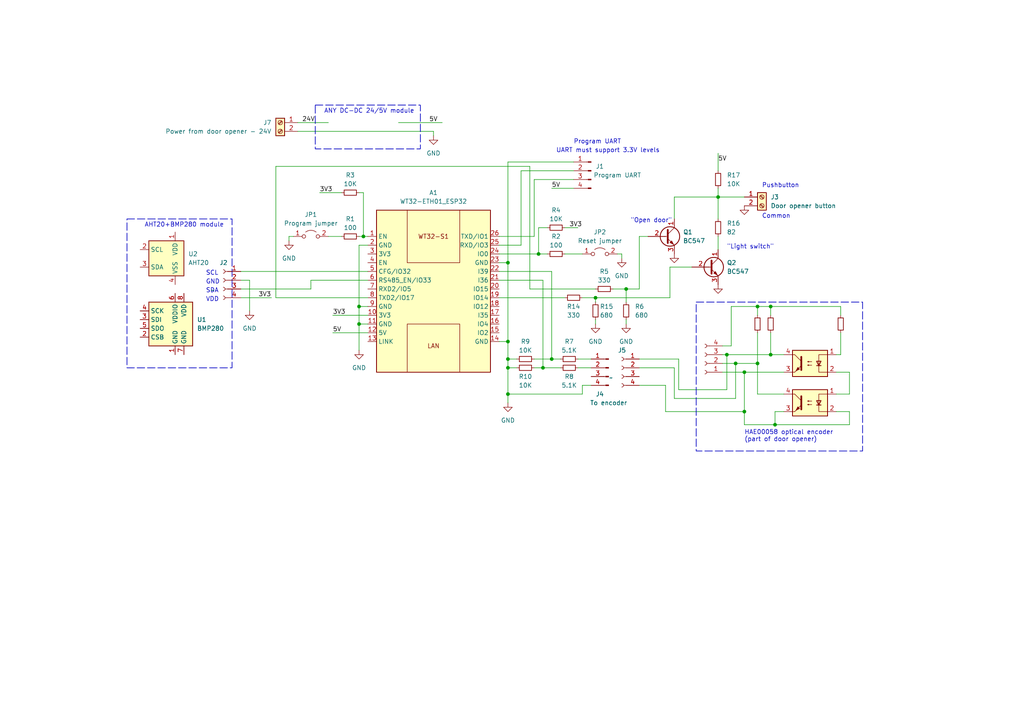
<source format=kicad_sch>
(kicad_sch (version 20230121) (generator eeschema)
  (paper "A4")
  (lib_symbols
    (symbol "Connector:Conn_01x04_Pin" (pin_names (offset 1.016) hide)
      (property "Reference" "J" (at 0 5.08 0))
      (property "Value" "Conn_01x04_Pin" (at 0 -7.62 0))
      (symbol "Conn_01x04_Pin_1_1"
        (polyline (pts (xy 1.27 -5.08) (xy 0.8636 -5.08)) (stroke (width 0.1524)))
        (polyline (pts (xy 1.27 -2.54) (xy 0.8636 -2.54)) (stroke (width 0.1524)))
        (polyline (pts (xy 1.27 0) (xy 0.8636 0)) (stroke (width 0.1524)))
        (polyline (pts (xy 1.27 2.54) (xy 0.8636 2.54)) (stroke (width 0.1524)))
        (rectangle (start 0.8636 -4.953) (end 0 -5.207) (stroke (width 0.1524)) (fill (type outline)))
        (rectangle (start 0.8636 -2.413) (end 0 -2.667) (stroke (width 0.1524)) (fill (type outline)))
        (rectangle (start 0.8636 0.127) (end 0 -0.127) (stroke (width 0.1524)) (fill (type outline)))
        (rectangle (start 0.8636 2.667) (end 0 2.413) (stroke (width 0.1524)) (fill (type outline)))
        (pin passive line (at 5.08 2.54 180) (length 3.81) (name "Pin_1") (number "1"))
        (pin passive line (at 5.08 0 180) (length 3.81) (name "Pin_2") (number "2"))
        (pin passive line (at 5.08 -2.54 180) (length 3.81) (name "Pin_3") (number "3"))
        (pin passive line (at 5.08 -5.08 180) (length 3.81) (name "Pin_4") (number "4"))
      )
    )
    (symbol "Connector:Conn_01x04_Socket" (pin_names (offset 1.016) hide)
      (property "Reference" "J" (at 0 5.08 0))
      (property "Value" "Conn_01x04_Socket" (at 0 -7.62 0))
      (symbol "Conn_01x04_Socket_1_1"
        (arc (start 0 -4.572) (mid -0.5058 -5.08) (end 0 -5.588) (stroke (width 0.1524)))
        (arc (start 0 -2.032) (mid -0.5058 -2.54) (end 0 -3.048) (stroke (width 0.1524)))
        (polyline (pts (xy -1.27 -5.08) (xy -0.508 -5.08)) (stroke (width 0.1524)))
        (polyline (pts (xy -1.27 -2.54) (xy -0.508 -2.54)) (stroke (width 0.1524)))
        (polyline (pts (xy -1.27 0) (xy -0.508 0)) (stroke (width 0.1524)))
        (polyline (pts (xy -1.27 2.54) (xy -0.508 2.54)) (stroke (width 0.1524)))
        (arc (start 0 0.508) (mid -0.5058 0) (end 0 -0.508) (stroke (width 0.1524)))
        (arc (start 0 3.048) (mid -0.5058 2.54) (end 0 2.032) (stroke (width 0.1524)))
        (pin passive line (at -5.08 2.54 0) (length 3.81) (name "Pin_1") (number "1"))
        (pin passive line (at -5.08 0 0) (length 3.81) (name "Pin_2") (number "2"))
        (pin passive line (at -5.08 -2.54 0) (length 3.81) (name "Pin_3") (number "3"))
        (pin passive line (at -5.08 -5.08 0) (length 3.81) (name "Pin_4") (number "4"))
      )
    )
    (symbol "Connector:Screw_Terminal_01x02" (pin_names (offset 1.016) hide)
      (property "Reference" "J" (at 0 2.54 0))
      (property "Value" "Screw_Terminal_01x02" (at 0 -5.08 0))
      (symbol "Screw_Terminal_01x02_1_1"
        (rectangle (start -1.27 1.27) (end 1.27 -3.81) (stroke (width 0.254)) (fill (type background)))
        (circle (center 0 -2.54) (radius 0.635) (stroke (width 0.1524)))
        (polyline (pts (xy -0.5334 -2.2098) (xy 0.3302 -3.048)) (stroke (width 0.1524)))
        (polyline (pts (xy -0.5334 0.3302) (xy 0.3302 -0.508)) (stroke (width 0.1524)))
        (polyline (pts (xy -0.3556 -2.032) (xy 0.508 -2.8702)) (stroke (width 0.1524)))
        (polyline (pts (xy -0.3556 0.508) (xy 0.508 -0.3302)) (stroke (width 0.1524)))
        (circle (center 0 0) (radius 0.635) (stroke (width 0.1524)))
        (pin passive line (at -5.08 0 0) (length 3.81) (name "Pin_1") (number "1"))
        (pin passive line (at -5.08 -2.54 0) (length 3.81) (name "Pin_2") (number "2"))
      )
    )
    (symbol "Device:R_Small" (pin_numbers hide) (pin_names (offset 0.254) hide)
      (property "Reference" "R" (at 0.762 0.508 0))
      (property "Value" "R_Small" (at 0.762 -1.016 0))
      (symbol "R_Small_0_1"
        (rectangle (start -0.762 1.778) (end 0.762 -1.778) (stroke (width 0.2032)))
      )
      (symbol "R_Small_1_1"
        (pin passive line (at 0 2.54 270) (length 0.762) (name "~") (number "1"))
        (pin passive line (at 0 -2.54 90) (length 0.762) (name "~") (number "2"))
      )
    )
    (symbol "Isolator:PC817" (pin_names (offset 1.016))
      (property "Reference" "U" (at -5.08 5.08 0))
      (property "Value" "PC817" (at 0 5.08 0))
      (symbol "PC817_0_1"
        (rectangle (start -5.08 3.81) (end 5.08 -3.81) (stroke (width 0.254)) (fill (type background)))
        (polyline (pts (xy -3.175 -0.635) (xy -1.905 -0.635)) (stroke (width 0.254)))
        (polyline (pts (xy 2.54 0.635) (xy 4.445 2.54)))
        (polyline (pts (xy 4.445 -2.54) (xy 2.54 -0.635)) (fill (type outline)))
        (polyline (pts (xy 4.445 -2.54) (xy 5.08 -2.54)))
        (polyline (pts (xy 4.445 2.54) (xy 5.08 2.54)))
        (polyline (pts (xy -5.08 2.54) (xy -2.54 2.54) (xy -2.54 -0.635)))
        (polyline (pts (xy -2.54 -0.635) (xy -2.54 -2.54) (xy -5.08 -2.54)))
        (polyline (pts (xy 2.54 1.905) (xy 2.54 -1.905) (xy 2.54 -1.905)) (stroke (width 0.508)))
        (polyline (pts (xy -2.54 -0.635) (xy -3.175 0.635) (xy -1.905 0.635) (xy -2.54 -0.635)) (stroke (width 0.254)))
        (polyline (pts (xy -0.508 -0.508) (xy 0.762 -0.508) (xy 0.381 -0.635) (xy 0.381 -0.381) (xy 0.762 -0.508)))
        (polyline (pts (xy -0.508 0.508) (xy 0.762 0.508) (xy 0.381 0.381) (xy 0.381 0.635) (xy 0.762 0.508)))
        (polyline (pts (xy 3.048 -1.651) (xy 3.556 -1.143) (xy 4.064 -2.159) (xy 3.048 -1.651) (xy 3.048 -1.651)) (fill (type outline)))
      )
      (symbol "PC817_1_1"
        (pin passive line (at -7.62 2.54 0) (length 2.54) (name "~") (number "1"))
        (pin passive line (at -7.62 -2.54 0) (length 2.54) (name "~") (number "2"))
        (pin passive line (at 7.62 -2.54 180) (length 2.54) (name "~") (number "3"))
        (pin passive line (at 7.62 2.54 180) (length 2.54) (name "~") (number "4"))
      )
    )
    (symbol "Jumper:Jumper_2_Open" (pin_names (offset 0) hide)
      (property "Reference" "JP" (at 0 2.794 0))
      (property "Value" "Jumper_2_Open" (at 0 -2.286 0))
      (symbol "Jumper_2_Open_0_0"
        (circle (center -2.032 0) (radius 0.508))
        (circle (center 2.032 0) (radius 0.508))
      )
      (symbol "Jumper_2_Open_0_1"
        (arc (start 1.524 1.27) (mid 0 1.778) (end -1.524 1.27))
      )
      (symbol "Jumper_2_Open_1_1"
        (pin passive line (at -5.08 0 0) (length 2.54) (name "A") (number "1"))
        (pin passive line (at 5.08 0 180) (length 2.54) (name "B") (number "2"))
      )
    )
    (symbol "Sensor_Humidity:SHTC3"
      (property "Reference" "U" (at -3.81 6.35 0))
      (property "Value" "SHTC3" (at -2.54 -6.35 0))
      (symbol "SHTC3_1_1"
        (rectangle (start -5.08 5.08) (end 5.08 -5.08) (stroke (width 0.254)) (fill (type background)))
        (pin power_in line (at 2.54 7.62 270) (length 2.54) (name "VDD") (number "1"))
        (pin input line (at -7.62 2.54 0) (length 2.54) (name "SCL") (number "2"))
        (pin bidirectional line (at -7.62 -2.54 0) (length 2.54) (name "SDA") (number "3"))
        (pin power_in line (at 2.54 -7.62 90) (length 2.54) (name "VSS") (number "4"))
        (pin no_connect line (at 5.08 0 180) (length 2.54) hide (name "NC") (number "5"))
      )
    )
    (symbol "Sensor_Pressure:BMP280"
      (property "Reference" "U" (at -7.62 10.16 0))
      (property "Value" "BMP280" (at 5.08 10.16 0))
      (symbol "BMP280_0_1"
        (rectangle (start -7.62 -5.08) (end 5.08 7.62) (stroke (width 0.254)) (fill (type background)))
      )
      (symbol "BMP280_1_1"
        (pin power_in line (at 0 -7.62 90) (length 2.54) (name "GND") (number "1"))
        (pin input line (at -10.16 -2.54 0) (length 2.54) (name "CSB") (number "2"))
        (pin bidirectional line (at -10.16 2.54 0) (length 2.54) (name "SDI") (number "3"))
        (pin input line (at -10.16 5.08 0) (length 2.54) (name "SCK") (number "4"))
        (pin bidirectional line (at -10.16 0 0) (length 2.54) (name "SDO") (number "5"))
        (pin power_in line (at 0 10.16 270) (length 2.54) (name "VDDIO") (number "6"))
        (pin power_in line (at 2.54 -7.62 90) (length 2.54) (name "GND") (number "7"))
        (pin power_in line (at 2.54 10.16 270) (length 2.54) (name "VDD") (number "8"))
      )
    )
    (symbol "Transistor_BJT:BC547" (pin_names (offset 0) hide)
      (property "Reference" "Q" (at 5.08 1.905 0))
      (property "Value" "BC547" (at 5.08 0 0))
      (symbol "BC547_0_1"
        (polyline (pts (xy 0 0) (xy 0.635 0)))
        (polyline (pts (xy 0.635 0.635) (xy 2.54 2.54)))
        (polyline (pts (xy 0.635 -0.635) (xy 2.54 -2.54) (xy 2.54 -2.54)))
        (polyline (pts (xy 0.635 1.905) (xy 0.635 -1.905) (xy 0.635 -1.905)) (stroke (width 0.508)))
        (polyline (pts (xy 1.27 -1.778) (xy 1.778 -1.27) (xy 2.286 -2.286) (xy 1.27 -1.778) (xy 1.27 -1.778)) (fill (type outline)))
        (circle (center 1.27 0) (radius 2.8194) (stroke (width 0.254)))
      )
      (symbol "BC547_1_1"
        (pin passive line (at 2.54 5.08 270) (length 2.54) (name "C") (number "1"))
        (pin input line (at -5.08 0 0) (length 5.08) (name "B") (number "2"))
        (pin passive line (at 2.54 -5.08 90) (length 2.54) (name "E") (number "3"))
      )
    )
    (symbol "User_library:LILYGO_ETH_Lite_ESP32"
      (property "Reference" "A" (at -10.16 29.21 0))
      (property "Value" "LILYGO_ETH_Lite_ESP32" (at -2.54 -22.86 0))
      (symbol "LILYGO_ETH_Lite_ESP32_0_1"
        (rectangle (start -10.16 27.94) (end 22.86 -19.05) (stroke (width 0.254)) (fill (type background)))
        (polyline (pts (xy -2.54 27.94) (xy -2.54 12.7) (xy 15.24 12.7) (xy 15.24 27.94)))
        (polyline (pts (xy -1.27 -19.05) (xy -1.27 -5.08) (xy 13.97 -5.08) (xy 13.97 -19.05)))
      )
      (symbol "LILYGO_ETH_Lite_ESP32_1_1"
        (text "ESP32-WROVER-E" (at 6.35 20.32 0) (effects (font (size 1.27 1.27))))
        (text "LAN" (at 6.35 -11.43 0) (effects (font (size 1.27 1.27))))
        (pin power_in line (at -12.7 21.59 0) (length 2.54) (name "3V3") (number "1"))
        (pin bidirectional line (at -12.7 -1.27 0) (length 2.54) (name "IO13") (number "10"))
        (pin bidirectional line (at -12.7 -3.81 0) (length 2.54) (name "IO4") (number "11"))
        (pin bidirectional line (at -12.7 -6.35 0) (length 2.54) (name "IO2") (number "12"))
        (pin bidirectional line (at -12.7 -8.89 0) (length 2.54) (name "IO15") (number "13"))
        (pin power_in line (at -12.7 -11.43 0) (length 2.54) (name "GND") (number "14"))
        (pin power_in line (at -12.7 -13.97 0) (length 2.54) (name "3V3") (number "15"))
        (pin power_in line (at 25.4 -13.97 180) (length 2.54) (name "GND") (number "16"))
        (pin power_in line (at 25.4 -11.43 180) (length 2.54) (name "5V_OP") (number "17"))
        (pin power_in line (at 25.4 -8.89 180) (length 2.54) (name "GND") (number "18"))
        (pin power_in line (at 25.4 -6.35 180) (length 2.54) (name "5V_OP") (number "19"))
        (pin input line (at -12.7 19.05 0) (length 2.54) (name "IO39") (number "2"))
        (pin power_in line (at 25.4 -3.81 180) (length 2.54) (name "5V_IN") (number "20"))
        (pin power_in line (at 25.4 -1.27 180) (length 2.54) (name "GND") (number "21"))
        (pin input line (at 25.4 1.27 180) (length 2.54) (name "I38") (number "22"))
        (pin input line (at 25.4 3.81 180) (length 2.54) (name "I35") (number "23"))
        (pin bidirectional line (at 25.4 6.35 180) (length 2.54) (name "IO5") (number "24"))
        (pin bidirectional line (at 25.4 8.89 180) (length 2.54) (name "IO0") (number "25"))
        (pin input line (at 25.4 11.43 180) (length 2.54) (name "EN") (number "26"))
        (pin bidirectional line (at 25.4 13.97 180) (length 2.54) (name "RXD0") (number "27"))
        (pin bidirectional line (at 25.4 16.51 180) (length 2.54) (name "TXD0") (number "28"))
        (pin power_in line (at 25.4 19.05 180) (length 2.54) (name "GND") (number "29"))
        (pin input line (at -12.7 16.51 0) (length 2.54) (name "IO34") (number "3"))
        (pin power_in line (at 25.4 21.59 180) (length 2.54) (name "5V_IN") (number "30"))
        (pin bidirectional line (at -12.7 13.97 0) (length 2.54) (name "IO13") (number "4"))
        (pin bidirectional line (at -12.7 11.43 0) (length 2.54) (name "IO32") (number "5"))
        (pin bidirectional line (at -12.7 8.89 0) (length 2.54) (name "IO14") (number "6"))
        (pin input line (at -12.7 6.35 0) (length 2.54) (name "IO34") (number "7"))
        (pin bidirectional line (at -12.7 3.81 0) (length 2.54) (name "IO33") (number "8"))
        (pin bidirectional line (at -12.7 1.27 0) (length 2.54) (name "IO14") (number "9"))
      )
    )
    (symbol "User_library:WT32-ETH01_ESP32"
      (property "Reference" "A" (at -10.16 29.21 0))
      (property "Value" "WT32-ETH01_ESP32" (at -2.54 -22.86 0))
      (symbol "WT32-ETH01_ESP32_0_1"
        (rectangle (start -10.16 27.94) (end 22.86 -19.05) (stroke (width 0.254)) (fill (type background)))
        (polyline (pts (xy -1.27 -19.05) (xy -1.27 -5.08) (xy 13.97 -5.08) (xy 13.97 -19.05)))
        (polyline (pts (xy -1.27 27.94) (xy -1.27 12.7) (xy 13.97 12.7) (xy 13.97 27.94)))
      )
      (symbol "WT32-ETH01_ESP32_1_1"
        (text "LAN" (at 6.35 -11.43 0) (effects (font (size 1.27 1.27))))
        (text "WT32-S1" (at 6.35 20.32 0) (effects (font (size 1.27 1.27))))
        (pin input line (at -12.7 20.32 0) (length 2.54) (name "EN") (number "1"))
        (pin power_in line (at -12.7 -2.54 0) (length 2.54) (name "3V3") (number "10"))
        (pin power_in line (at -12.7 -5.08 0) (length 2.54) (name "GND") (number "11"))
        (pin power_in line (at -12.7 -7.62 0) (length 2.54) (name "5V") (number "12"))
        (pin output line (at -12.7 -10.16 0) (length 2.54) (name "LINK") (number "13"))
        (pin power_in line (at 25.4 -10.16 180) (length 2.54) (name "GND") (number "14"))
        (pin bidirectional line (at 25.4 -7.62 180) (length 2.54) (name "IO2") (number "15"))
        (pin bidirectional line (at 25.4 -5.08 180) (length 2.54) (name "IO4") (number "16"))
        (pin input line (at 25.4 -2.54 180) (length 2.54) (name "I35") (number "17"))
        (pin bidirectional line (at 25.4 0 180) (length 2.54) (name "IO12") (number "18"))
        (pin bidirectional line (at 25.4 2.54 180) (length 2.54) (name "IO14") (number "19"))
        (pin power_in line (at -12.7 17.78 0) (length 2.54) (name "GND") (number "2"))
        (pin bidirectional line (at 25.4 5.08 180) (length 2.54) (name "IO15") (number "20"))
        (pin input line (at 25.4 7.62 180) (length 2.54) (name "I36") (number "21"))
        (pin input line (at 25.4 10.16 180) (length 2.54) (name "I39") (number "22"))
        (pin power_in line (at 25.4 12.7 180) (length 2.54) (name "GND") (number "23"))
        (pin bidirectional line (at 25.4 15.24 180) (length 2.54) (name "IO0") (number "24"))
        (pin bidirectional line (at 25.4 17.78 180) (length 2.54) (name "RXD/IO3") (number "25"))
        (pin bidirectional line (at 25.4 20.32 180) (length 2.54) (name "TXD/IO1") (number "26"))
        (pin power_in line (at -12.7 15.24 0) (length 2.54) (name "3V3") (number "3"))
        (pin input line (at -12.7 12.7 0) (length 2.54) (name "EN") (number "4"))
        (pin bidirectional line (at -12.7 10.16 0) (length 2.54) (name "CFG/IO32") (number "5"))
        (pin bidirectional line (at -12.7 7.62 0) (length 2.54) (name "RS485_EN/IO33") (number "6"))
        (pin bidirectional line (at -12.7 5.08 0) (length 2.54) (name "RXD2/IO5") (number "7"))
        (pin bidirectional line (at -12.7 2.54 0) (length 2.54) (name "TXD2/IO17") (number "8"))
        (pin power_in line (at -12.7 0 0) (length 2.54) (name "GND") (number "9"))
      )
    )
    (symbol "power:GND" (power) (pin_names (offset 0))
      (property "Value" "GND" (at 0 -3.81 0))
      (symbol "GND_0_1"
        (polyline (pts (xy 0 0) (xy 0 -1.27) (xy 1.27 -1.27) (xy 0 -2.54) (xy -1.27 -1.27) (xy 0 -1.27)))
      )
      (symbol "GND_1_1"
        (pin power_in line (at 0 0 270) (length 0) hide (name "GND") (number "1"))
      )
    )
  )
  (junction (at 215.9 107.95))
  (junction (at 156.21 421.64))
  (junction (at 170.18 379.73))
  (junction (at 208.28 57.15))
  (junction (at 219.71 105.41))
  (junction (at 227.33 422.91))
  (junction (at 147.32 104.14))
  (junction (at 156.21 424.18))
  (junction (at 215.9 119.38))
  (junction (at 105.41 68.58))
  (junction (at 166.37 424.18))
  (junction (at 223.52 88.9))
  (junction (at 147.32 106.68))
  (junction (at 223.52 102.87))
  (junction (at 156.21 431.8))
  (junction (at 205.74 350.52))
  (junction (at 168.91 421.64))
  (junction (at 160.02 104.14))
  (junction (at 210.82 102.87))
  (junction (at 224.79 123.19))
  (junction (at 147.32 99.06))
  (junction (at 156.21 429.26))
  (junction (at 220.98 422.91))
  (junction (at 181.61 83.82))
  (junction (at 223.52 436.88))
  (junction (at 232.41 440.69))
  (junction (at 219.71 88.9))
  (junction (at 104.14 93.98))
  (junction (at 147.32 114.3))
  (junction (at 156.21 73.66))
  (junction (at 172.72 86.36))
  (junction (at 95.25 416.56))
  (junction (at 231.14 406.4))
  (junction (at 157.48 106.68))
  (junction (at 227.33 406.4))
  (junction (at 213.36 105.41))
  (junction (at 223.52 425.45))
  (junction (at 231.14 420.37))
  (junction (at 218.44 420.37))
  (junction (at 104.14 88.9))
  (junction (at 147.32 76.2))
  (junction (at 179.07 377.19))
  (wire (pts (xy 181.61 92.71) (xy 181.61 93.98)))
  (wire (pts (xy 218.44 420.37) (xy 218.44 430.53)))
  (wire (pts (xy 104.14 55.88) (xy 105.41 55.88)))
  (wire (pts (xy 168.91 86.36) (xy 172.72 86.36)))
  (wire (pts (xy 106.68 86.36) (xy 80.01 86.36)))
  (wire (pts (xy 218.44 420.37) (xy 231.14 420.37)))
  (wire (pts (xy 227.33 422.91) (xy 227.33 414.02)))
  (wire (pts (xy 196.85 104.14) (xy 196.85 113.03)))
  (wire (pts (xy 171.45 111.76) (xy 168.91 111.76)))
  (wire (pts (xy 115.57 35.56) (xy 128.27 35.56)))
  (wire (pts (xy 168.91 114.3) (xy 147.32 114.3)))
  (wire (pts (xy 92.71 406.4) (xy 97.79 406.4)))
  (wire (pts (xy 90.17 81.28) (xy 90.17 83.82)))
  (wire (pts (xy 193.04 356.87) (xy 193.04 350.52)))
  (wire (pts (xy 205.74 337.82) (xy 205.74 342.9)))
  (wire (pts (xy 194.31 77.47) (xy 200.66 77.47)))
  (wire (pts (xy 105.41 401.32) (xy 110.49 401.32)))
  (wire (pts (xy 191.77 370.84) (xy 198.12 370.84)))
  (wire (pts (xy 163.83 73.66) (xy 168.91 73.66)))
  (wire (pts (xy 156.21 424.18) (xy 158.75 424.18)))
  (wire (pts (xy 231.14 414.02) (xy 231.14 420.37)))
  (wire (pts (xy 185.42 83.82) (xy 181.61 83.82)))
  (wire (pts (xy 69.85 83.82) (xy 90.17 83.82)))
  (wire (pts (xy 96.52 96.52) (xy 106.68 96.52)))
  (wire (pts (xy 148.59 393.7) (xy 156.21 393.7)))
  (wire (pts (xy 209.55 107.95) (xy 215.9 107.95)))
  (wire (pts (xy 177.8 429.26) (xy 177.8 431.8)))
  (wire (pts (xy 223.52 96.52) (xy 223.52 102.87)))
  (wire (pts (xy 193.04 421.64) (xy 204.47 421.64)))
  (wire (pts (xy 232.41 440.69) (xy 254 440.69)))
  (wire (pts (xy 180.34 73.66) (xy 180.34 74.93)))
  (wire (pts (xy 69.85 81.28) (xy 72.39 81.28)))
  (wire (pts (xy 177.8 83.82) (xy 181.61 83.82)))
  (wire (pts (xy 219.71 88.9) (xy 223.52 88.9)))
  (wire (pts (xy 158.75 66.04) (xy 156.21 66.04)))
  (wire (pts (xy 168.91 421.64) (xy 171.45 421.64)))
  (wire (pts (xy 219.71 88.9) (xy 219.71 91.44)))
  (wire (pts (xy 156.21 421.64) (xy 158.75 421.64)))
  (wire (pts (xy 170.18 377.19) (xy 102.87 377.19)))
  (wire (pts (xy 125.73 38.1) (xy 125.73 39.37)))
  (wire (pts (xy 105.41 68.58) (xy 106.68 68.58)))
  (wire (pts (xy 148.59 429.26) (xy 156.21 429.26)))
  (wire (pts (xy 166.37 414.02) (xy 166.37 424.18)))
  (wire (pts (xy 104.14 88.9) (xy 106.68 88.9)))
  (wire (pts (xy 156.21 66.04) (xy 156.21 73.66)))
  (wire (pts (xy 215.9 123.19) (xy 224.79 123.19)))
  (wire (pts (xy 243.84 91.44) (xy 243.84 88.9)))
  (wire (pts (xy 86.36 35.56) (xy 95.25 35.56)))
  (wire (pts (xy 195.58 63.5) (xy 195.58 57.15)))
  (wire (pts (xy 83.82 69.85) (xy 83.82 68.58)))
  (wire (pts (xy 154.94 68.58) (xy 154.94 52.07)))
  (wire (pts (xy 167.64 106.68) (xy 171.45 106.68)))
  (wire (pts (xy 223.52 88.9) (xy 223.52 91.44)))
  (wire (pts (xy 181.61 83.82) (xy 181.61 87.63)))
  (wire (pts (xy 163.83 66.04) (xy 167.64 66.04)))
  (wire (pts (xy 217.17 422.91) (xy 220.98 422.91)))
  (wire (pts (xy 234.95 436.88) (xy 232.41 436.88)))
  (wire (pts (xy 193.04 119.38) (xy 215.9 119.38)))
  (wire (pts (xy 110.49 358.14) (xy 119.38 358.14)))
  (wire (pts (xy 215.9 107.95) (xy 215.9 119.38)))
  (wire (pts (xy 167.64 104.14) (xy 171.45 104.14)))
  (wire (pts (xy 223.52 436.88) (xy 223.52 440.69)))
  (wire (pts (xy 242.57 114.3) (xy 246.38 114.3)))
  (wire (pts (xy 163.83 424.18) (xy 166.37 424.18)))
  (wire (pts (xy 185.42 111.76) (xy 193.04 111.76)))
  (wire (pts (xy 200.66 429.26) (xy 200.66 436.88)))
  (wire (pts (xy 196.85 113.03) (xy 210.82 113.03)))
  (wire (pts (xy 144.78 71.12) (xy 151.13 71.12)))
  (wire (pts (xy 177.8 431.8) (xy 156.21 431.8)))
  (wire (pts (xy 104.14 93.98) (xy 106.68 93.98)))
  (wire (pts (xy 195.58 106.68) (xy 195.58 115.57)))
  (wire (pts (xy 105.41 416.56) (xy 95.25 416.56)))
  (wire (pts (xy 151.13 49.53) (xy 166.37 49.53)))
  (wire (pts (xy 110.49 426.72) (xy 105.41 426.72)))
  (wire (pts (xy 147.32 99.06) (xy 147.32 104.14)))
  (wire (pts (xy 185.42 361.95) (xy 182.88 361.95)))
  (wire (pts (xy 147.32 106.68) (xy 149.86 106.68)))
  (wire (pts (xy 205.74 350.52) (xy 213.36 350.52)))
  (wire (pts (xy 219.71 105.41) (xy 219.71 96.52)))
  (wire (pts (xy 243.84 102.87) (xy 243.84 96.52)))
  (wire (pts (xy 213.36 105.41) (xy 219.71 105.41)))
  (wire (pts (xy 110.49 360.68) (xy 149.86 360.68)))
  (wire (pts (xy 251.46 420.37) (xy 251.46 414.02)))
  (wire (pts (xy 154.94 106.68) (xy 157.48 106.68)))
  (wire (pts (xy 156.21 421.64) (xy 156.21 424.18)))
  (wire (pts (xy 224.79 119.38) (xy 224.79 123.19)))
  (wire (pts (xy 172.72 86.36) (xy 172.72 87.63)))
  (wire (pts (xy 223.52 102.87) (xy 227.33 102.87)))
  (wire (pts (xy 156.21 424.18) (xy 156.21 429.26)))
  (wire (pts (xy 191.77 379.73) (xy 191.77 370.84)))
  (wire (pts (xy 223.52 425.45) (xy 234.95 425.45)))
  (wire (pts (xy 172.72 92.71) (xy 172.72 93.98)))
  (wire (pts (xy 217.17 425.45) (xy 223.52 425.45)))
  (wire (pts (xy 156.21 416.56) (xy 156.21 421.64)))
  (wire (pts (xy 106.68 71.12) (xy 104.14 71.12)))
  (wire (pts (xy 153.67 48.26) (xy 153.67 83.82)))
  (wire (pts (xy 219.71 406.4) (xy 219.71 417.83)))
  (wire (pts (xy 69.85 78.74) (xy 106.68 78.74)))
  (wire (pts (xy 179.07 73.66) (xy 180.34 73.66)))
  (wire (pts (xy 161.29 379.73) (xy 105.41 379.73)))
  (wire (pts (xy 224.79 123.19) (xy 246.38 123.19)))
  (wire (pts (xy 92.71 414.02) (xy 101.6 414.02)))
  (wire (pts (xy 219.71 417.83) (xy 217.17 417.83)))
  (wire (pts (xy 203.2 433.07) (xy 220.98 433.07)))
  (wire (pts (xy 194.31 86.36) (xy 194.31 77.47)))
  (wire (pts (xy 180.34 429.26) (xy 177.8 429.26)))
  (wire (pts (xy 234.95 431.8) (xy 227.33 431.8)))
  (wire (pts (xy 195.58 115.57) (xy 213.36 115.57)))
  (wire (pts (xy 151.13 71.12) (xy 151.13 49.53)))
  (wire (pts (xy 96.52 91.44) (xy 106.68 91.44)))
  (wire (pts (xy 163.83 421.64) (xy 168.91 421.64)))
  (wire (pts (xy 170.18 379.73) (xy 170.18 381)))
  (wire (pts (xy 160.02 78.74) (xy 160.02 104.14)))
  (wire (pts (xy 172.72 86.36) (xy 194.31 86.36)))
  (wire (pts (xy 149.86 360.68) (xy 149.86 361.95)))
  (wire (pts (xy 69.85 86.36) (xy 78.74 86.36)))
  (wire (pts (xy 231.14 406.4) (xy 231.14 408.94)))
  (wire (pts (xy 170.18 386.08) (xy 170.18 387.35)))
  (wire (pts (xy 97.79 403.86) (xy 110.49 403.86)))
  (wire (pts (xy 227.33 406.4) (xy 231.14 406.4)))
  (wire (pts (xy 208.28 44.45) (xy 208.28 49.53)))
  (wire (pts (xy 231.14 420.37) (xy 234.95 420.37)))
  (wire (pts (xy 242.57 102.87) (xy 243.84 102.87)))
  (wire (pts (xy 95.25 68.58) (xy 99.06 68.58)))
  (wire (pts (xy 215.9 107.95) (xy 227.33 107.95)))
  (wire (pts (xy 148.59 414.02) (xy 166.37 414.02)))
  (wire (pts (xy 208.28 68.58) (xy 208.28 72.39)))
  (wire (pts (xy 246.38 123.19) (xy 246.38 119.38)))
  (wire (pts (xy 157.48 81.28) (xy 157.48 106.68)))
  (wire (pts (xy 246.38 107.95) (xy 246.38 114.3)))
  (wire (pts (xy 157.48 106.68) (xy 162.56 106.68)))
  (wire (pts (xy 195.58 57.15) (xy 208.28 57.15)))
  (wire (pts (xy 147.32 106.68) (xy 147.32 114.3)))
  (wire (pts (xy 92.71 411.48) (xy 110.49 411.48)))
  (wire (pts (xy 92.71 55.88) (xy 99.06 55.88)))
  (wire (pts (xy 242.57 107.95) (xy 246.38 107.95)))
  (wire (pts (xy 251.46 408.94) (xy 251.46 406.4)))
  (wire (pts (xy 182.88 361.95) (xy 182.88 377.19)))
  (wire (pts (xy 231.14 406.4) (xy 251.46 406.4)))
  (wire (pts (xy 215.9 119.38) (xy 215.9 123.19)))
  (wire (pts (xy 102.87 406.4) (xy 110.49 406.4)))
  (wire (pts (xy 223.52 88.9) (xy 243.84 88.9)))
  (wire (pts (xy 220.98 422.91) (xy 227.33 422.91)))
  (wire (pts (xy 175.26 377.19) (xy 179.07 377.19)))
  (wire (pts (xy 166.37 424.18) (xy 171.45 424.18)))
  (wire (pts (xy 147.32 114.3) (xy 147.32 116.84)))
  (wire (pts (xy 200.66 436.88) (xy 223.52 436.88)))
  (wire (pts (xy 102.87 377.19) (xy 102.87 406.4)))
  (wire (pts (xy 139.7 358.14) (xy 152.4 358.14)))
  (wire (pts (xy 95.25 408.94) (xy 95.25 416.56)))
  (wire (pts (xy 208.28 54.61) (xy 208.28 57.15)))
  (wire (pts (xy 208.28 57.15) (xy 215.9 57.15)))
  (wire (pts (xy 254 436.88) (xy 250.19 436.88)))
  (wire (pts (xy 97.79 406.4) (xy 97.79 403.86)))
  (wire (pts (xy 217.17 420.37) (xy 218.44 420.37)))
  (wire (pts (xy 106.68 81.28) (xy 90.17 81.28)))
  (wire (pts (xy 204.47 430.53) (xy 218.44 430.53)))
  (wire (pts (xy 104.14 71.12) (xy 104.14 88.9)))
  (wire (pts (xy 148.59 424.18) (xy 156.21 424.18)))
  (wire (pts (xy 254 425.45) (xy 254 431.8)))
  (wire (pts (xy 166.37 46.99) (xy 147.32 46.99)))
  (wire (pts (xy 187.96 68.58) (xy 185.42 68.58)))
  (wire (pts (xy 250.19 431.8) (xy 254 431.8)))
  (wire (pts (xy 80.01 48.26) (xy 153.67 48.26)))
  (wire (pts (xy 209.55 105.41) (xy 213.36 105.41)))
  (wire (pts (xy 144.78 99.06) (xy 147.32 99.06)))
  (wire (pts (xy 185.42 106.68) (xy 195.58 106.68)))
  (wire (pts (xy 208.28 57.15) (xy 208.28 63.5)))
  (wire (pts (xy 153.67 83.82) (xy 172.72 83.82)))
  (wire (pts (xy 205.74 350.52) (xy 205.74 356.87)))
  (wire (pts (xy 104.14 93.98) (xy 104.14 101.6)))
  (wire (pts (xy 227.33 119.38) (xy 224.79 119.38)))
  (wire (pts (xy 219.71 406.4) (xy 227.33 406.4)))
  (wire (pts (xy 144.78 73.66) (xy 156.21 73.66)))
  (wire (pts (xy 176.53 424.18) (xy 180.34 424.18)))
  (wire (pts (xy 210.82 102.87) (xy 210.82 113.03)))
  (wire (pts (xy 246.38 119.38) (xy 242.57 119.38)))
  (wire (pts (xy 101.6 429.26) (xy 110.49 429.26)))
  (wire (pts (xy 182.88 377.19) (xy 179.07 377.19)))
  (wire (pts (xy 254 440.69) (xy 254 436.88)))
  (wire (pts (xy 148.59 416.56) (xy 156.21 416.56)))
  (wire (pts (xy 210.82 102.87) (xy 223.52 102.87)))
  (wire (pts (xy 95.25 416.56) (xy 95.25 417.83)))
  (wire (pts (xy 166.37 379.73) (xy 170.18 379.73)))
  (wire (pts (xy 203.2 424.18) (xy 203.2 433.07)))
  (wire (pts (xy 105.41 55.88) (xy 105.41 68.58)))
  (wire (pts (xy 104.14 88.9) (xy 104.14 93.98)))
  (wire (pts (xy 105.41 426.72) (xy 105.41 416.56)))
  (wire (pts (xy 160.02 104.14) (xy 162.56 104.14)))
  (wire (pts (xy 147.32 46.99) (xy 147.32 76.2)))
  (wire (pts (xy 144.78 68.58) (xy 154.94 68.58)))
  (wire (pts (xy 72.39 81.28) (xy 72.39 90.17)))
  (wire (pts (xy 92.71 408.94) (xy 95.25 408.94)))
  (wire (pts (xy 204.47 421.64) (xy 204.47 430.53)))
  (wire (pts (xy 168.91 411.48) (xy 168.91 421.64)))
  (wire (pts (xy 144.78 86.36) (xy 163.83 86.36)))
  (wire (pts (xy 144.78 81.28) (xy 157.48 81.28)))
  (wire (pts (xy 104.14 68.58) (xy 105.41 68.58)))
  (wire (pts (xy 212.09 88.9) (xy 219.71 88.9)))
  (wire (pts (xy 212.09 100.33) (xy 209.55 100.33)))
  (wire (pts (xy 212.09 88.9) (xy 212.09 100.33)))
  (wire (pts (xy 86.36 38.1) (xy 125.73 38.1)))
  (wire (pts (xy 223.52 440.69) (xy 232.41 440.69)))
  (wire (pts (xy 154.94 104.14) (xy 160.02 104.14)))
  (wire (pts (xy 223.52 425.45) (xy 223.52 436.88)))
  (wire (pts (xy 156.21 431.8) (xy 156.21 434.34)))
  (wire (pts (xy 160.02 54.61) (xy 166.37 54.61)))
  (wire (pts (xy 147.32 104.14) (xy 147.32 106.68)))
  (wire (pts (xy 209.55 102.87) (xy 210.82 102.87)))
  (wire (pts (xy 250.19 420.37) (xy 251.46 420.37)))
  (wire (pts (xy 213.36 115.57) (xy 213.36 105.41)))
  (wire (pts (xy 176.53 421.64) (xy 180.34 421.64)))
  (wire (pts (xy 185.42 68.58) (xy 185.42 83.82)))
  (wire (pts (xy 179.07 377.19) (xy 179.07 381)))
  (wire (pts (xy 193.04 429.26) (xy 200.66 429.26)))
  (wire (pts (xy 156.21 429.26) (xy 156.21 431.8)))
  (wire (pts (xy 80.01 86.36) (xy 80.01 48.26)))
  (wire (pts (xy 193.04 111.76) (xy 193.04 119.38)))
  (wire (pts (xy 101.6 414.02) (xy 101.6 429.26)))
  (wire (pts (xy 144.78 78.74) (xy 160.02 78.74)))
  (wire (pts (xy 147.32 76.2) (xy 147.32 99.06)))
  (wire (pts (xy 170.18 379.73) (xy 191.77 379.73)))
  (wire (pts (xy 105.41 379.73) (xy 105.41 401.32)))
  (wire (pts (xy 83.82 68.58) (xy 85.09 68.58)))
  (wire (pts (xy 148.59 411.48) (xy 168.91 411.48)))
  (wire (pts (xy 220.98 433.07) (xy 220.98 422.91)))
  (wire (pts (xy 156.21 73.66) (xy 158.75 73.66)))
  (wire (pts (xy 232.41 436.88) (xy 232.41 440.69)))
  (wire (pts (xy 179.07 386.08) (xy 179.07 387.35)))
  (wire (pts (xy 193.04 424.18) (xy 203.2 424.18)))
  (wire (pts (xy 144.78 76.2) (xy 147.32 76.2)))
  (wire (pts (xy 227.33 431.8) (xy 227.33 422.91)))
  (wire (pts (xy 205.74 361.95) (xy 205.74 365.76)))
  (wire (pts (xy 219.71 114.3) (xy 219.71 105.41)))
  (wire (pts (xy 227.33 406.4) (xy 227.33 408.94)))
  (wire (pts (xy 193.04 350.52) (xy 205.74 350.52)))
  (wire (pts (xy 168.91 111.76) (xy 168.91 114.3)))
  (wire (pts (xy 185.42 104.14) (xy 196.85 104.14)))
  (wire (pts (xy 227.33 114.3) (xy 219.71 114.3)))
  (wire (pts (xy 205.74 347.98) (xy 205.74 350.52)))
  (wire (pts (xy 250.19 425.45) (xy 254 425.45)))
  (wire (pts (xy 154.94 52.07) (xy 166.37 52.07)))
  (wire (pts (xy 147.32 104.14) (xy 149.86 104.14)))
  (rectangle (start 209.55 405.13) (end 257.81 448.31) (stroke (width 0.2) (type dash)))
  (rectangle (start 115.57 353.06) (end 146.05 365.76) (stroke (width 0.2) (type dash)))
  (rectangle (start 201.93 87.63) (end 250.19 130.81) (stroke (width 0.2) (type dash)))
  (rectangle (start 91.44 30.48) (end 121.92 43.18) (stroke (width 0.2) (type dash)))
  (rectangle (start 59.69 391.16) (end 90.17 434.34) (stroke (width 0.2) (type dash)))
  (rectangle (start 36.83 63.5) (end 67.31 106.68) (stroke (width 0.2) (type dash)))
  (text "VDD" (at 59.69 87.63 0) (effects (font (size 1.27 1.27)) (justify left bottom)))
  (text "Program UART" (at 166.37 41.91 0) (effects (font (size 1.27 1.27)) (justify left bottom)))
  (text "\"Open door\"" (at 180.34 358.14 0) (effects (font (size 1.27 1.27)) (justify left bottom)))
  (text "SDA" (at 59.69 85.09 0) (effects (font (size 1.27 1.27)) (justify left bottom)))
  (text "ANY DC-DC 24/5V module" (at 118.11 355.6 0) (effects (font (size 1.27 1.27)) (justify left bottom)))
  (text "\"Open door\"" (at 182.88 64.77 0) (effects (font (size 1.27 1.27)) (justify left bottom)))
  (text "Pushbutton" (at 218.44 347.98 0) (effects (font (size 1.27 1.27)) (justify left bottom)))
  (text "HAE00058 optical encoder\n(part of door opener)" (at 223.52 445.77 0) (effects (font (size 1.27 1.27)) (justify left bottom)))
  (text "UART must support 3.3V levels" (at 161.29 44.45 0) (effects (font (size 1.27 1.27)) (justify left bottom)))
  (text "\"Light switch\"" (at 208.28 365.76 0) (effects (font (size 1.27 1.27)) (justify left bottom)))
  (text "\"Light switch\"" (at 210.82 72.39 0) (effects (font (size 1.27 1.27)) (justify left bottom)))
  (text "SDA" (at 82.55 412.75 0) (effects (font (size 1.27 1.27)) (justify left bottom)))
  (text "Common" (at 218.44 356.87 0) (effects (font (size 1.27 1.27)) (justify left bottom)))
  (text "AHT20+BMP280 module" (at 64.77 393.7 0) (effects (font (size 1.27 1.27)) (justify left bottom)))
  (text "Common" (at 220.98 63.5 0) (effects (font (size 1.27 1.27)) (justify left bottom)))
  (text "HAE00058 optical encoder\n(part of door opener)" (at 215.9 128.27 0) (effects (font (size 1.27 1.27)) (justify left bottom)))
  (text "VDD" (at 82.55 415.29 0) (effects (font (size 1.27 1.27)) (justify left bottom)))
  (text "SCL" (at 59.69 80.01 0) (effects (font (size 1.27 1.27)) (justify left bottom)))
  (text "Pushbutton" (at 220.98 54.61 0) (effects (font (size 1.27 1.27)) (justify left bottom)))
  (text "SCL" (at 82.55 407.67 0) (effects (font (size 1.27 1.27)) (justify left bottom)))
  (text "GND" (at 82.55 410.21 0) (effects (font (size 1.27 1.27)) (justify left bottom)))
  (text "GND" (at 59.69 82.55 0) (effects (font (size 1.27 1.27)) (justify left bottom)))
  (text "AHT20+BMP280 module" (at 41.91 66.04 0) (effects (font (size 1.27 1.27)) (justify left bottom)))
  (text "ANY DC-DC 24/5V module" (at 93.98 33.02 0) (effects (font (size 1.27 1.27)) (justify left bottom)))
  (label "24V" (at 111.76 358.14 0))
  (label "3V3" (at 97.79 414.02 0))
  (label "5V" (at 96.52 96.52 0))
  (label "24V" (at 87.63 35.56 0))
  (label "5V" (at 148.59 358.14 0))
  (label "5V" (at 152.4 393.7 0))
  (label "5V" (at 205.74 340.36 0))
  (label "5V" (at 208.28 46.99 0))
  (label "3V3" (at 96.52 91.44 0))
  (label "3V3" (at 74.93 86.36 0))
  (label "3V3" (at 92.71 55.88 0))
  (label "5V" (at 160.02 54.61 0))
  (label "5V" (at 124.46 35.56 0))
  (label "3V3" (at 165.1 66.04 0))
  (symbol (lib_id "Jumper:Jumper_2_Open") (at 173.99 73.66 0) (unit 1)
    (property "Reference" "JP2" (at 173.99 67.31 0))
    (property "Value" "Reset jumper" (at 173.99 69.85 0))
  )
  (symbol (lib_id "Device:R_Small") (at 165.1 104.14 270) (unit 1)
    (property "Reference" "R7" (at 165.1 99.06 90))
    (property "Value" "5.1K" (at 165.1 101.6 90))
  )
  (symbol (lib_id "Device:R_Small") (at 173.99 421.64 270) (unit 1)
    (property "Reference" "R37" (at 173.99 416.56 90))
    (property "Value" "5.1K" (at 173.99 419.1 90))
  )
  (symbol (lib_id "Device:R_Small") (at 172.72 377.19 270) (unit 1)
    (property "Reference" "R22" (at 172.72 372.11 90))
    (property "Value" "330" (at 172.72 374.65 90))
  )
  (symbol (lib_id "Device:R_Small") (at 161.29 66.04 90) (unit 1)
    (property "Reference" "R4" (at 161.29 60.96 90))
    (property "Value" "10K" (at 161.29 63.5 90))
  )
  (symbol (lib_id "Device:R_Small") (at 208.28 52.07 180) (unit 1)
    (property "Reference" "R17" (at 210.82 50.8 0) (effects (justify right)))
    (property "Value" "10K" (at 210.82 53.34 0) (effects (justify right)))
  )
  (symbol (lib_id "Connector:Conn_01x04_Pin") (at 185.42 424.18 0) (mirror y) (unit 1)
    (property "Reference" "J16" (at 182.88 431.8 0))
    (property "Value" "To encoder" (at 185.42 434.34 0))
  )
  (symbol (lib_id "Sensor_Pressure:BMP280") (at 73.66 422.91 0) (unit 1)
    (property "Reference" "U10" (at 80.01 420.37 0) (effects (justify left)))
    (property "Value" "BMP280" (at 80.01 422.91 0) (effects (justify left)))
    (property "Footprint" "Package_LGA:Bosch_LGA-8_2x2.5mm_P0.65mm_ClockwisePinNumbering" (effects hide))
    (property "Datasheet" "https://ae-bst.resource.bosch.com/media/_tech/media/datasheets/BST-BMP280-DS001.pdf" (effects hide))
  )
  (symbol (lib_id "power:GND") (at 83.82 69.85 0) (unit 1)
    (property "Reference" "#PWR04" (effects hide))
    (property "Value" "GND" (at 83.82 74.93 0))
  )
  (symbol (lib_id "power:GND") (at 195.58 73.66 0) (unit 1)
    (property "Reference" "#PWR09" (effects hide))
    (property "Value" "GND" (effects hide))
  )
  (symbol (lib_id "Device:R_Small") (at 181.61 90.17 180) (unit 1)
    (property "Reference" "R6" (at 184.15 88.9 0) (effects (justify right)))
    (property "Value" "680" (at 184.15 91.44 0) (effects (justify right)))
  )
  (symbol (lib_id "Device:R_Small") (at 165.1 106.68 270) (unit 1)
    (property "Reference" "R8" (at 165.1 109.22 90))
    (property "Value" "5.1K" (at 165.1 111.76 90))
  )
  (symbol (lib_id "power:GND") (at 95.25 417.83 0) (unit 1)
    (property "Reference" "#PWR023" (effects hide))
    (property "Value" "GND" (at 95.25 422.91 0))
  )
  (symbol (lib_id "power:GND") (at 170.18 387.35 0) (unit 1)
    (property "Reference" "#PWR016" (effects hide))
    (property "Value" "GND" (at 170.18 392.43 0))
  )
  (symbol (lib_id "Connector:Conn_01x04_Socket") (at 87.63 408.94 0) (mirror y) (unit 1)
    (property "Reference" "J15" (at 88.9 403.86 0) (effects (justify left)))
    (property "Value" "~" (at 85.09 411.8356 0) (effects (justify left)))
  )
  (symbol (lib_id "Device:R_Small") (at 101.6 55.88 90) (unit 1)
    (property "Reference" "R3" (at 101.6 50.8 90))
    (property "Value" "10K" (at 101.6 53.34 90))
  )
  (symbol (lib_id "Isolator:PC817") (at 242.57 422.91 0) (mirror y) (unit 1)
    (property "Reference" "U11" (effects hide))
    (property "Value" "PC817" (effects hide))
    (property "Footprint" "Package_DIP:DIP-4_W7.62mm" (effects hide))
    (property "Datasheet" "http://www.soselectronic.cz/a_info/resource/d/pc817.pdf" (effects hide))
  )
  (symbol (lib_id "power:GND") (at 147.32 116.84 0) (unit 1)
    (property "Reference" "#PWR01" (effects hide))
    (property "Value" "GND" (at 147.32 121.92 0))
  )
  (symbol (lib_id "power:GND") (at 205.74 375.92 0) (unit 1)
    (property "Reference" "#PWR026" (effects hide))
    (property "Value" "GND" (effects hide))
  )
  (symbol (lib_id "User_library:LILYGO_ETH_Lite_ESP32") (at 123.19 415.29 0) (unit 1)
    (property "Reference" "A3" (at 129.54 382.27 0))
    (property "Value" "LILYGO_ETH_Lite_ESP32" (at 129.54 384.81 0))
    (property "Datasheet" "https://github.com/Xinyuan-LilyGO/LilyGO-T-ETH-Series" (effects hide))
    (property "Sim.Enable" "0" (effects hide))
  )
  (symbol (lib_id "power:GND") (at 208.28 82.55 0) (unit 1)
    (property "Reference" "#PWR08" (effects hide))
    (property "Value" "GND" (effects hide))
  )
  (symbol (lib_id "Transistor_BJT:BC547") (at 205.74 77.47 0) (unit 1)
    (property "Reference" "Q2" (at 210.82 76.2 0) (effects (justify left)))
    (property "Value" "BC547" (at 210.82 78.74 0) (effects (justify left)))
    (property "Footprint" "Package_TO_SOT_THT:TO-92_Inline" (effects hide))
    (property "Datasheet" "https://www.onsemi.com/pub/Collateral/BC550-D.pdf" (effects hide))
  )
  (symbol (lib_id "Connector:Conn_01x04_Pin") (at 176.53 106.68 0) (mirror y) (unit 1)
    (property "Reference" "J4" (at 173.99 114.3 0))
    (property "Value" "To encoder" (at 176.53 116.84 0))
  )
  (symbol (lib_id "Isolator:PC817") (at 242.57 434.34 0) (mirror y) (unit 1)
    (property "Reference" "U12" (effects hide))
    (property "Value" "PC817" (effects hide))
    (property "Footprint" "Package_DIP:DIP-4_W7.62mm" (effects hide))
    (property "Datasheet" "http://www.soselectronic.cz/a_info/resource/d/pc817.pdf" (effects hide))
  )
  (symbol (lib_id "Isolator:PC817") (at 234.95 105.41 0) (mirror y) (unit 1)
    (property "Reference" "U3" (effects hide))
    (property "Value" "PC817" (effects hide))
    (property "Footprint" "Package_DIP:DIP-4_W7.62mm" (effects hide))
    (property "Datasheet" "http://www.soselectronic.cz/a_info/resource/d/pc817.pdf" (effects hide))
  )
  (symbol (lib_id "Device:R_Small") (at 166.37 86.36 270) (unit 1)
    (property "Reference" "R14" (at 166.37 88.9 90))
    (property "Value" "330" (at 166.37 91.44 90))
  )
  (symbol (lib_id "power:GND") (at 149.86 361.95 0) (unit 1)
    (property "Reference" "#PWR015" (effects hide))
    (property "Value" "GND" (at 149.86 367.03 0))
  )
  (symbol (lib_id "power:GND") (at 215.9 59.69 0) (unit 1)
    (property "Reference" "#PWR010" (effects hide))
    (property "Value" "GND" (effects hide))
  )
  (symbol (lib_id "Isolator:PC817") (at 234.95 116.84 0) (mirror y) (unit 1)
    (property "Reference" "U4" (effects hide))
    (property "Value" "PC817" (effects hide))
    (property "Footprint" "Package_DIP:DIP-4_W7.62mm" (effects hide))
    (property "Datasheet" "http://www.soselectronic.cz/a_info/resource/d/pc817.pdf" (effects hide))
  )
  (symbol (lib_id "Jumper:Jumper_2_Open") (at 90.17 68.58 0) (unit 1)
    (property "Reference" "JP1" (at 90.17 62.23 0))
    (property "Value" "Program jumper" (at 90.17 64.77 0))
  )
  (symbol (lib_id "Device:R_Small") (at 175.26 83.82 270) (unit 1)
    (property "Reference" "R5" (at 175.26 78.74 90))
    (property "Value" "330" (at 175.26 81.28 90))
  )
  (symbol (lib_id "power:GND") (at 193.04 367.03 0) (unit 1)
    (property "Reference" "#PWR025" (effects hide))
    (property "Value" "GND" (effects hide))
  )
  (symbol (lib_id "power:GND") (at 181.61 93.98 0) (unit 1)
    (property "Reference" "#PWR06" (effects hide))
    (property "Value" "GND" (at 181.61 99.06 0))
  )
  (symbol (lib_id "Device:R_Small") (at 243.84 93.98 180) (unit 1) (in_bom no)
    (property "Reference" "R13" (effects hide))
    (property "Value" "4.7K" (effects hide))
  )
  (symbol (lib_id "Device:R_Small") (at 231.14 411.48 180) (unit 1) (in_bom no)
    (property "Reference" "R40" (effects hide))
    (property "Value" "4.7K" (effects hide))
  )
  (symbol (lib_id "Device:R_Small") (at 179.07 383.54 180) (unit 1)
    (property "Reference" "R23" (at 181.61 382.27 0) (effects (justify right)))
    (property "Value" "680" (at 181.61 384.81 0) (effects (justify right)))
  )
  (symbol (lib_id "User_library:WT32-ETH01_ESP32") (at 119.38 88.9 0) (unit 1)
    (property "Reference" "A1" (at 125.73 55.88 0))
    (property "Value" "WT32-ETH01_ESP32" (at 125.73 58.42 0))
    (property "Datasheet" "https://files.seeedstudio.com/products/102991455/WT32-ETH01_datasheet_V1.1-%20en.pdf" (effects hide))
    (property "Sim.Enable" "0" (effects hide))
  )
  (symbol (lib_id "power:GND") (at 156.21 434.34 0) (unit 1)
    (property "Reference" "#PWR024" (effects hide))
    (property "Value" "GND" (at 156.21 439.42 0))
  )
  (symbol (lib_id "power:GND") (at 125.73 39.37 0) (unit 1)
    (property "Reference" "#PWR011" (effects hide))
    (property "Value" "GND" (at 125.73 44.45 0))
  )
  (symbol (lib_id "Device:R_Small") (at 163.83 379.73 270) (unit 1)
    (property "Reference" "R20" (at 163.83 382.27 90))
    (property "Value" "330" (at 163.83 384.81 90))
  )
  (symbol (lib_id "Device:R_Small") (at 170.18 383.54 180) (unit 1)
    (property "Reference" "R21" (at 171.45 382.27 0) (effects (justify right)))
    (property "Value" "680" (at 171.45 384.81 0) (effects (justify right)))
  )
  (symbol (lib_id "Device:R_Small") (at 172.72 90.17 180) (unit 1)
    (property "Reference" "R15" (at 173.99 88.9 0) (effects (justify right)))
    (property "Value" "680" (at 173.99 91.44 0) (effects (justify right)))
  )
  (symbol (lib_id "Device:R_Small") (at 152.4 106.68 270) (unit 1)
    (property "Reference" "R10" (at 152.4 109.22 90))
    (property "Value" "10K" (at 152.4 111.76 90))
  )
  (symbol (lib_id "power:GND") (at 172.72 93.98 0) (unit 1)
    (property "Reference" "#PWR07" (effects hide))
    (property "Value" "GND" (at 172.72 99.06 0))
  )
  (symbol (lib_id "Device:R_Small") (at 219.71 93.98 180) (unit 1) (in_bom no)
    (property "Reference" "R12" (effects hide))
    (property "Value" "4.7K" (effects hide))
  )
  (symbol (lib_id "Sensor_Humidity:SHTC3") (at 71.12 402.59 0) (unit 1)
    (property "Reference" "U9" (at 77.47 401.32 0) (effects (justify left)))
    (property "Value" "AHT20" (at 77.47 403.86 0) (effects (justify left)))
    (property "Footprint" "Sensor_Humidity:Sensirion_DFN-4-1EP_2x2mm_P1mm_EP0.7x1.6mm" (effects hide))
    (property "Datasheet" "https://www.sensirion.com/fileadmin/user_upload/customers/sensirion/Dokumente/0_Datasheets/Humidity/Sensirion_Humidity_Sensors_SHTC3_Datasheet.pdf" (effects hide))
  )
  (symbol (lib_id "Transistor_BJT:BC547") (at 190.5 361.95 0) (unit 1)
    (property "Reference" "Q5" (at 195.58 360.68 0) (effects (justify left)))
    (property "Value" "BC547" (at 195.58 363.22 0) (effects (justify left)))
    (property "Footprint" "Package_TO_SOT_THT:TO-92_Inline" (effects hide))
    (property "Datasheet" "https://www.onsemi.com/pub/Collateral/BC550-D.pdf" (effects hide))
  )
  (symbol (lib_id "Connector:Screw_Terminal_01x02") (at 81.28 35.56 0) (mirror y) (unit 1)
    (property "Reference" "J7" (at 78.74 35.56 0) (effects (justify left)))
    (property "Value" "Power from door opener - 24V" (at 78.74 38.1 0) (effects (justify left)))
  )
  (symbol (lib_id "Device:R_Small") (at 205.74 359.41 180) (unit 1)
    (property "Reference" "R25" (at 208.28 358.14 0) (effects (justify right)))
    (property "Value" "82" (at 208.28 360.68 0) (effects (justify right)))
  )
  (symbol (lib_id "Device:R_Small") (at 161.29 421.64 270) (unit 1)
    (property "Reference" "R35" (at 161.29 416.56 90))
    (property "Value" "10K" (at 161.29 419.1 90))
  )
  (symbol (lib_id "Connector:Conn_01x04_Socket") (at 204.47 105.41 180) (unit 1)
    (property "Reference" "J6" (effects hide))
  )
  (symbol (lib_id "Device:R_Small") (at 173.99 424.18 270) (unit 1)
    (property "Reference" "R38" (at 173.99 426.72 90))
    (property "Value" "5.1K" (at 173.99 429.26 90))
  )
  (symbol (lib_id "Device:R_Small") (at 152.4 104.14 270) (unit 1)
    (property "Reference" "R9" (at 152.4 99.06 90))
    (property "Value" "10K" (at 152.4 101.6 90))
  )
  (symbol (lib_id "power:GND") (at 72.39 90.17 0) (unit 1)
    (property "Reference" "#PWR05" (effects hide))
    (property "Value" "GND" (at 72.39 95.25 0))
  )
  (symbol (lib_id "Transistor_BJT:BC547") (at 203.2 370.84 0) (unit 1)
    (property "Reference" "Q6" (at 208.28 369.57 0) (effects (justify left)))
    (property "Value" "BC547" (at 208.28 372.11 0) (effects (justify left)))
    (property "Footprint" "Package_TO_SOT_THT:TO-92_Inline" (effects hide))
    (property "Datasheet" "https://www.onsemi.com/pub/Collateral/BC550-D.pdf" (effects hide))
  )
  (symbol (lib_id "power:GND") (at 104.14 101.6 0) (unit 1)
    (property "Reference" "#PWR02" (effects hide))
    (property "Value" "GND" (at 104.14 106.68 0))
  )
  (symbol (lib_id "power:GND") (at 213.36 353.06 0) (unit 1)
    (property "Reference" "#PWR027" (effects hide))
    (property "Value" "GND" (effects hide))
  )
  (symbol (lib_id "Connector:Conn_01x04_Socket") (at 187.96 424.18 0) (mirror y) (unit 1)
    (property "Reference" "J17" (at 189.23 419.1 0) (effects (justify left)))
    (property "Value" "~" (at 185.42 427.0756 0) (effects (justify left)))
  )
  (symbol (lib_id "Device:R_Small") (at 227.33 411.48 180) (unit 1) (in_bom no)
    (property "Reference" "R39" (effects hide))
    (property "Value" "4.7K" (effects hide))
  )
  (symbol (lib_id "Sensor_Humidity:SHTC3") (at 48.26 74.93 0) (unit 1)
    (property "Reference" "U2" (at 54.61 73.66 0) (effects (justify left)))
    (property "Value" "AHT20" (at 54.61 76.2 0) (effects (justify left)))
    (property "Footprint" "Sensor_Humidity:Sensirion_DFN-4-1EP_2x2mm_P1mm_EP0.7x1.6mm" (effects hide))
    (property "Datasheet" "https://www.sensirion.com/fileadmin/user_upload/customers/sensirion/Dokumente/0_Datasheets/Humidity/Sensirion_Humidity_Sensors_SHTC3_Datasheet.pdf" (effects hide))
  )
  (symbol (lib_id "power:GND") (at 179.07 387.35 0) (unit 1)
    (property "Reference" "#PWR018" (effects hide))
    (property "Value" "GND" (at 179.07 392.43 0))
  )
  (symbol (lib_id "Connector:Screw_Terminal_01x02") (at 218.44 350.52 0) (unit 1)
    (property "Reference" "J10" (at 220.98 350.52 0) (effects (justify left)))
    (property "Value" "Door opener button" (at 220.98 353.06 0) (effects (justify left)))
  )
  (symbol (lib_id "Device:R_Small") (at 205.74 345.44 180) (unit 1)
    (property "Reference" "R24" (at 208.28 344.17 0) (effects (justify right)))
    (property "Value" "10K" (at 208.28 346.71 0) (effects (justify right)))
  )
  (symbol (lib_id "Connector:Conn_01x04_Socket") (at 64.77 81.28 0) (mirror y) (unit 1)
    (property "Reference" "J2" (at 66.04 76.2 0) (effects (justify left)))
    (property "Value" "~" (at 62.23 84.1756 0) (effects (justify left)))
  )
  (symbol (lib_id "Connector:Screw_Terminal_01x02") (at 220.98 57.15 0) (unit 1)
    (property "Reference" "J3" (at 223.52 57.15 0) (effects (justify left)))
    (property "Value" "Door opener button" (at 223.52 59.69 0) (effects (justify left)))
  )
  (symbol (lib_id "Device:R_Small") (at 208.28 66.04 180) (unit 1)
    (property "Reference" "R16" (at 210.82 64.77 0) (effects (justify right)))
    (property "Value" "82" (at 210.82 67.31 0) (effects (justify right)))
  )
  (symbol (lib_id "Device:R_Small") (at 101.6 68.58 90) (unit 1)
    (property "Reference" "R1" (at 101.6 63.5 90))
    (property "Value" "100" (at 101.6 66.04 90))
  )
  (symbol (lib_id "Device:R_Small") (at 223.52 93.98 180) (unit 1) (in_bom no)
    (property "Reference" "R11" (effects hide))
    (property "Value" "4.7K" (effects hide))
  )
  (symbol (lib_id "Device:R_Small") (at 161.29 424.18 270) (unit 1)
    (property "Reference" "R36" (at 161.29 426.72 90))
    (property "Value" "10K" (at 161.29 429.26 90))
  )
  (symbol (lib_id "Transistor_BJT:BC547") (at 193.04 68.58 0) (unit 1)
    (property "Reference" "Q1" (at 198.12 67.31 0) (effects (justify left)))
    (property "Value" "BC547" (at 198.12 69.85 0) (effects (justify left)))
    (property "Footprint" "Package_TO_SOT_THT:TO-92_Inline" (effects hide))
    (property "Datasheet" "https://www.onsemi.com/pub/Collateral/BC550-D.pdf" (effects hide))
  )
  (symbol (lib_id "Device:R_Small") (at 161.29 73.66 270) (unit 1)
    (property "Reference" "R2" (at 161.29 68.58 90))
    (property "Value" "100" (at 161.29 71.12 90))
  )
  (symbol (lib_id "Device:R_Small") (at 251.46 411.48 180) (unit 1) (in_bom no)
    (property "Reference" "R41" (effects hide))
    (property "Value" "4.7K" (effects hide))
  )
  (symbol (lib_id "Sensor_Pressure:BMP280") (at 50.8 95.25 0) (unit 1)
    (property "Reference" "U1" (at 57.15 92.71 0) (effects (justify left)))
    (property "Value" "BMP280" (at 57.15 95.25 0) (effects (justify left)))
    (property "Footprint" "Package_LGA:Bosch_LGA-8_2x2.5mm_P0.65mm_ClockwisePinNumbering" (effects hide))
    (property "Datasheet" "https://ae-bst.resource.bosch.com/media/_tech/media/datasheets/BST-BMP280-DS001.pdf" (effects hide))
  )
  (symbol (lib_id "Connector:Conn_01x04_Socket") (at 180.34 106.68 0) (mirror y) (unit 1)
    (property "Reference" "J5" (at 181.61 101.6 0) (effects (justify left)))
    (property "Value" "~" (at 177.8 109.5756 0) (effects (justify left)))
  )
  (symbol (lib_id "Connector:Conn_01x04_Pin") (at 171.45 49.53 0) (mirror y) (unit 1)
    (property "Reference" "J1" (at 173.99 48.26 0))
    (property "Value" "Program UART" (at 179.07 50.8 0))
  )
  (symbol (lib_id "Connector:Conn_01x04_Socket") (at 212.09 422.91 180) (unit 1)
    (property "Reference" "J18" (effects hide))
  )
  (symbol (lib_id "Connector:Screw_Terminal_01x02") (at 105.41 358.14 0) (mirror y) (unit 1)
    (property "Reference" "J9" (at 102.87 358.14 0) (effects (justify left)))
    (property "Value" "Power from door opener - 24V" (at 102.87 360.68 0) (effects (justify left)))
  )
  (symbol (lib_id "power:GND") (at 180.34 74.93 0) (unit 1)
    (property "Reference" "#PWR03" (effects hide))
    (property "Value" "GND" (at 180.34 80.01 0))
  )
)
</source>
